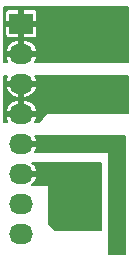
<source format=gbl>
G04 #@! TF.FileFunction,Copper,L2,Bot,Signal*
%FSLAX46Y46*%
G04 Gerber Fmt 4.6, Leading zero omitted, Abs format (unit mm)*
G04 Created by KiCad (PCBNEW 4.0.1-stable) date 2/16/2016 3:06:14 PM*
%MOMM*%
G01*
G04 APERTURE LIST*
%ADD10C,0.100000*%
%ADD11R,2.032000X1.727200*%
%ADD12O,2.032000X1.727200*%
%ADD13C,0.600000*%
%ADD14C,0.203200*%
G04 APERTURE END LIST*
D10*
D11*
X129540000Y-93980000D03*
D12*
X129540000Y-96520000D03*
X129540000Y-99060000D03*
X129540000Y-101600000D03*
X129540000Y-104140000D03*
X129540000Y-106680000D03*
X129540000Y-109220000D03*
X129540000Y-111760000D03*
D13*
X137922000Y-111760000D03*
X135890000Y-108712000D03*
X136652000Y-93218000D03*
X137922000Y-95758000D03*
X137922000Y-94488000D03*
X137922000Y-93218000D03*
X134112000Y-93218000D03*
X135382000Y-93218000D03*
X136652000Y-94488000D03*
X136652000Y-95758000D03*
X136652000Y-101092000D03*
X137668000Y-100076000D03*
X136652000Y-99060000D03*
D14*
G36*
X136296400Y-111404400D02*
X132376084Y-111404400D01*
X131927600Y-110955916D01*
X131927600Y-107696000D01*
X131919595Y-107656472D01*
X131896843Y-107623172D01*
X131862927Y-107601348D01*
X131826000Y-107594400D01*
X130464805Y-107594400D01*
X130678753Y-107396628D01*
X130863304Y-107019753D01*
X130812379Y-106832400D01*
X129692400Y-106832400D01*
X129692400Y-106852400D01*
X129387600Y-106852400D01*
X129387600Y-106832400D01*
X129367600Y-106832400D01*
X129367600Y-106527600D01*
X129387600Y-106527600D01*
X129387600Y-106507600D01*
X129692400Y-106507600D01*
X129692400Y-106527600D01*
X130812379Y-106527600D01*
X130863304Y-106340247D01*
X130678753Y-105963372D01*
X130464805Y-105765600D01*
X136296400Y-105765600D01*
X136296400Y-111404400D01*
X136296400Y-111404400D01*
G37*
X136296400Y-111404400D02*
X132376084Y-111404400D01*
X131927600Y-110955916D01*
X131927600Y-107696000D01*
X131919595Y-107656472D01*
X131896843Y-107623172D01*
X131862927Y-107601348D01*
X131826000Y-107594400D01*
X130464805Y-107594400D01*
X130678753Y-107396628D01*
X130863304Y-107019753D01*
X130812379Y-106832400D01*
X129692400Y-106832400D01*
X129692400Y-106852400D01*
X129387600Y-106852400D01*
X129387600Y-106832400D01*
X129367600Y-106832400D01*
X129367600Y-106527600D01*
X129387600Y-106527600D01*
X129387600Y-106507600D01*
X129692400Y-106507600D01*
X129692400Y-106527600D01*
X130812379Y-106527600D01*
X130863304Y-106340247D01*
X130678753Y-105963372D01*
X130464805Y-105765600D01*
X136296400Y-105765600D01*
X136296400Y-111404400D01*
G36*
X138328400Y-113436400D02*
X137007600Y-113436400D01*
X137007600Y-104902000D01*
X136999595Y-104862472D01*
X136976843Y-104829172D01*
X136942927Y-104807348D01*
X136906000Y-104800400D01*
X130706287Y-104800400D01*
X130863304Y-104479753D01*
X130812379Y-104292400D01*
X129692400Y-104292400D01*
X129692400Y-104312400D01*
X129387600Y-104312400D01*
X129387600Y-104292400D01*
X129367600Y-104292400D01*
X129367600Y-103987600D01*
X129387600Y-103987600D01*
X129387600Y-103967600D01*
X129692400Y-103967600D01*
X129692400Y-103987600D01*
X130812379Y-103987600D01*
X130863304Y-103800247D01*
X130706287Y-103479600D01*
X138328400Y-103479600D01*
X138328400Y-113436400D01*
X138328400Y-113436400D01*
G37*
X138328400Y-113436400D02*
X137007600Y-113436400D01*
X137007600Y-104902000D01*
X136999595Y-104862472D01*
X136976843Y-104829172D01*
X136942927Y-104807348D01*
X136906000Y-104800400D01*
X130706287Y-104800400D01*
X130863304Y-104479753D01*
X130812379Y-104292400D01*
X129692400Y-104292400D01*
X129692400Y-104312400D01*
X129387600Y-104312400D01*
X129387600Y-104292400D01*
X129367600Y-104292400D01*
X129367600Y-103987600D01*
X129387600Y-103987600D01*
X129387600Y-103967600D01*
X129692400Y-103967600D01*
X129692400Y-103987600D01*
X130812379Y-103987600D01*
X130863304Y-103800247D01*
X130706287Y-103479600D01*
X138328400Y-103479600D01*
X138328400Y-113436400D01*
G36*
X138582400Y-97180400D02*
X130706287Y-97180400D01*
X130863304Y-96859753D01*
X130812379Y-96672400D01*
X129692400Y-96672400D01*
X129692400Y-96692400D01*
X129387600Y-96692400D01*
X129387600Y-96672400D01*
X128267621Y-96672400D01*
X128216696Y-96859753D01*
X128373713Y-97180400D01*
X128117600Y-97180400D01*
X128117600Y-96180247D01*
X128216696Y-96180247D01*
X128267621Y-96367600D01*
X129387600Y-96367600D01*
X129387600Y-95389700D01*
X129692400Y-95389700D01*
X129692400Y-96367600D01*
X130812379Y-96367600D01*
X130863304Y-96180247D01*
X130678753Y-95803372D01*
X130329430Y-95480461D01*
X129883125Y-95315810D01*
X129692400Y-95389700D01*
X129387600Y-95389700D01*
X129196875Y-95315810D01*
X128750570Y-95480461D01*
X128401247Y-95803372D01*
X128216696Y-96180247D01*
X128117600Y-96180247D01*
X128117600Y-94221300D01*
X128168400Y-94221300D01*
X128168400Y-94914333D01*
X128222537Y-95045031D01*
X128322569Y-95145063D01*
X128453267Y-95199200D01*
X129298700Y-95199200D01*
X129387600Y-95110300D01*
X129387600Y-94132400D01*
X129692400Y-94132400D01*
X129692400Y-95110300D01*
X129781300Y-95199200D01*
X130626733Y-95199200D01*
X130757431Y-95145063D01*
X130857463Y-95045031D01*
X130911600Y-94914333D01*
X130911600Y-94221300D01*
X130822700Y-94132400D01*
X129692400Y-94132400D01*
X129387600Y-94132400D01*
X128257300Y-94132400D01*
X128168400Y-94221300D01*
X128117600Y-94221300D01*
X128117600Y-93045667D01*
X128168400Y-93045667D01*
X128168400Y-93738700D01*
X128257300Y-93827600D01*
X129387600Y-93827600D01*
X129387600Y-92849700D01*
X129692400Y-92849700D01*
X129692400Y-93827600D01*
X130822700Y-93827600D01*
X130911600Y-93738700D01*
X130911600Y-93045667D01*
X130857463Y-92914969D01*
X130757431Y-92814937D01*
X130626733Y-92760800D01*
X129781300Y-92760800D01*
X129692400Y-92849700D01*
X129387600Y-92849700D01*
X129298700Y-92760800D01*
X128453267Y-92760800D01*
X128322569Y-92814937D01*
X128222537Y-92914969D01*
X128168400Y-93045667D01*
X128117600Y-93045667D01*
X128117600Y-92557600D01*
X138582400Y-92557600D01*
X138582400Y-97180400D01*
X138582400Y-97180400D01*
G37*
X138582400Y-97180400D02*
X130706287Y-97180400D01*
X130863304Y-96859753D01*
X130812379Y-96672400D01*
X129692400Y-96672400D01*
X129692400Y-96692400D01*
X129387600Y-96692400D01*
X129387600Y-96672400D01*
X128267621Y-96672400D01*
X128216696Y-96859753D01*
X128373713Y-97180400D01*
X128117600Y-97180400D01*
X128117600Y-96180247D01*
X128216696Y-96180247D01*
X128267621Y-96367600D01*
X129387600Y-96367600D01*
X129387600Y-95389700D01*
X129692400Y-95389700D01*
X129692400Y-96367600D01*
X130812379Y-96367600D01*
X130863304Y-96180247D01*
X130678753Y-95803372D01*
X130329430Y-95480461D01*
X129883125Y-95315810D01*
X129692400Y-95389700D01*
X129387600Y-95389700D01*
X129196875Y-95315810D01*
X128750570Y-95480461D01*
X128401247Y-95803372D01*
X128216696Y-96180247D01*
X128117600Y-96180247D01*
X128117600Y-94221300D01*
X128168400Y-94221300D01*
X128168400Y-94914333D01*
X128222537Y-95045031D01*
X128322569Y-95145063D01*
X128453267Y-95199200D01*
X129298700Y-95199200D01*
X129387600Y-95110300D01*
X129387600Y-94132400D01*
X129692400Y-94132400D01*
X129692400Y-95110300D01*
X129781300Y-95199200D01*
X130626733Y-95199200D01*
X130757431Y-95145063D01*
X130857463Y-95045031D01*
X130911600Y-94914333D01*
X130911600Y-94221300D01*
X130822700Y-94132400D01*
X129692400Y-94132400D01*
X129387600Y-94132400D01*
X128257300Y-94132400D01*
X128168400Y-94221300D01*
X128117600Y-94221300D01*
X128117600Y-93045667D01*
X128168400Y-93045667D01*
X128168400Y-93738700D01*
X128257300Y-93827600D01*
X129387600Y-93827600D01*
X129387600Y-92849700D01*
X129692400Y-92849700D01*
X129692400Y-93827600D01*
X130822700Y-93827600D01*
X130911600Y-93738700D01*
X130911600Y-93045667D01*
X130857463Y-92914969D01*
X130757431Y-92814937D01*
X130626733Y-92760800D01*
X129781300Y-92760800D01*
X129692400Y-92849700D01*
X129387600Y-92849700D01*
X129298700Y-92760800D01*
X128453267Y-92760800D01*
X128322569Y-92814937D01*
X128222537Y-92914969D01*
X128168400Y-93045667D01*
X128117600Y-93045667D01*
X128117600Y-92557600D01*
X138582400Y-92557600D01*
X138582400Y-97180400D01*
G36*
X128216696Y-98720247D02*
X128267621Y-98907600D01*
X129387600Y-98907600D01*
X129387600Y-98887600D01*
X129692400Y-98887600D01*
X129692400Y-98907600D01*
X130812379Y-98907600D01*
X130863304Y-98720247D01*
X130706287Y-98399600D01*
X138582400Y-98399600D01*
X138582400Y-101498400D01*
X131826000Y-101498400D01*
X131786472Y-101506405D01*
X131754158Y-101528158D01*
X131021916Y-102260400D01*
X130706287Y-102260400D01*
X130863304Y-101939753D01*
X130812379Y-101752400D01*
X129692400Y-101752400D01*
X129692400Y-101772400D01*
X129387600Y-101772400D01*
X129387600Y-101752400D01*
X128267621Y-101752400D01*
X128216696Y-101939753D01*
X128373713Y-102260400D01*
X128117600Y-102260400D01*
X128117600Y-101260247D01*
X128216696Y-101260247D01*
X128267621Y-101447600D01*
X129387600Y-101447600D01*
X129387600Y-100469700D01*
X129692400Y-100469700D01*
X129692400Y-101447600D01*
X130812379Y-101447600D01*
X130863304Y-101260247D01*
X130678753Y-100883372D01*
X130329430Y-100560461D01*
X129883125Y-100395810D01*
X129692400Y-100469700D01*
X129387600Y-100469700D01*
X129196875Y-100395810D01*
X128750570Y-100560461D01*
X128401247Y-100883372D01*
X128216696Y-101260247D01*
X128117600Y-101260247D01*
X128117600Y-99399753D01*
X128216696Y-99399753D01*
X128401247Y-99776628D01*
X128750570Y-100099539D01*
X129196875Y-100264190D01*
X129387600Y-100190300D01*
X129387600Y-99212400D01*
X129692400Y-99212400D01*
X129692400Y-100190300D01*
X129883125Y-100264190D01*
X130329430Y-100099539D01*
X130678753Y-99776628D01*
X130863304Y-99399753D01*
X130812379Y-99212400D01*
X129692400Y-99212400D01*
X129387600Y-99212400D01*
X128267621Y-99212400D01*
X128216696Y-99399753D01*
X128117600Y-99399753D01*
X128117600Y-98399600D01*
X128373713Y-98399600D01*
X128216696Y-98720247D01*
X128216696Y-98720247D01*
G37*
X128216696Y-98720247D02*
X128267621Y-98907600D01*
X129387600Y-98907600D01*
X129387600Y-98887600D01*
X129692400Y-98887600D01*
X129692400Y-98907600D01*
X130812379Y-98907600D01*
X130863304Y-98720247D01*
X130706287Y-98399600D01*
X138582400Y-98399600D01*
X138582400Y-101498400D01*
X131826000Y-101498400D01*
X131786472Y-101506405D01*
X131754158Y-101528158D01*
X131021916Y-102260400D01*
X130706287Y-102260400D01*
X130863304Y-101939753D01*
X130812379Y-101752400D01*
X129692400Y-101752400D01*
X129692400Y-101772400D01*
X129387600Y-101772400D01*
X129387600Y-101752400D01*
X128267621Y-101752400D01*
X128216696Y-101939753D01*
X128373713Y-102260400D01*
X128117600Y-102260400D01*
X128117600Y-101260247D01*
X128216696Y-101260247D01*
X128267621Y-101447600D01*
X129387600Y-101447600D01*
X129387600Y-100469700D01*
X129692400Y-100469700D01*
X129692400Y-101447600D01*
X130812379Y-101447600D01*
X130863304Y-101260247D01*
X130678753Y-100883372D01*
X130329430Y-100560461D01*
X129883125Y-100395810D01*
X129692400Y-100469700D01*
X129387600Y-100469700D01*
X129196875Y-100395810D01*
X128750570Y-100560461D01*
X128401247Y-100883372D01*
X128216696Y-101260247D01*
X128117600Y-101260247D01*
X128117600Y-99399753D01*
X128216696Y-99399753D01*
X128401247Y-99776628D01*
X128750570Y-100099539D01*
X129196875Y-100264190D01*
X129387600Y-100190300D01*
X129387600Y-99212400D01*
X129692400Y-99212400D01*
X129692400Y-100190300D01*
X129883125Y-100264190D01*
X130329430Y-100099539D01*
X130678753Y-99776628D01*
X130863304Y-99399753D01*
X130812379Y-99212400D01*
X129692400Y-99212400D01*
X129387600Y-99212400D01*
X128267621Y-99212400D01*
X128216696Y-99399753D01*
X128117600Y-99399753D01*
X128117600Y-98399600D01*
X128373713Y-98399600D01*
X128216696Y-98720247D01*
M02*

</source>
